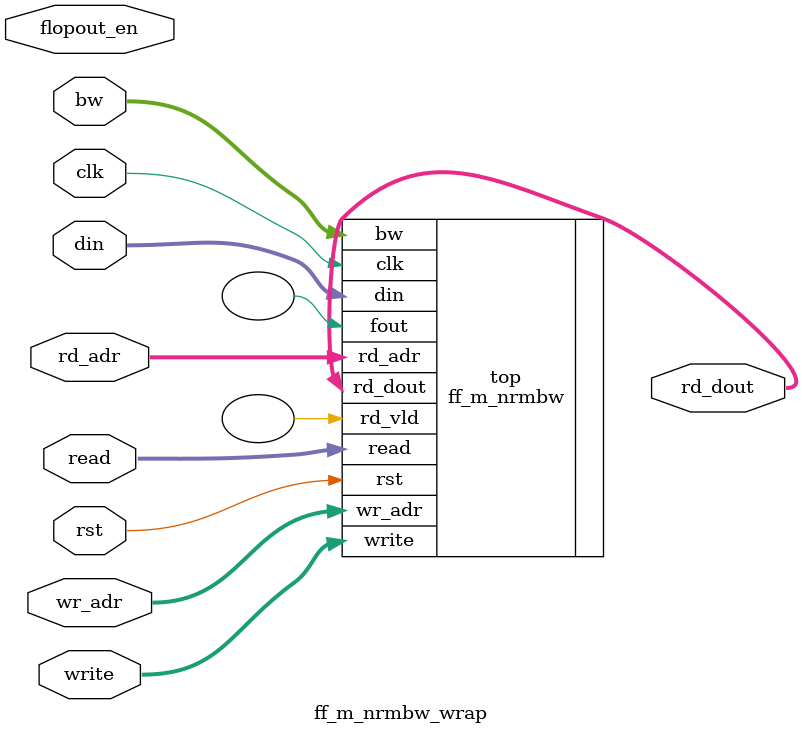
<source format=v>
module ff_m_nrmbw_wrap(clk, rst, read, write, rd_adr, wr_adr, din, bw, rd_dout, flopout_en);

  parameter WIDTH = 3;
  parameter NUMADDR = 16;
  parameter BITADDR = 4;
  parameter NUMRPRT = 2;
  parameter NUMWPRT = 2;
  input  [NUMRPRT-1:0]            read;
  input  [NUMWPRT-1:0]            write;
  input  [NUMWPRT*BITADDR-1:0]    wr_adr;
  input  [NUMRPRT*BITADDR-1:0]    rd_adr;
  input  [NUMWPRT*WIDTH-1:0]      din;
  input  [NUMWPRT*WIDTH-1:0]      bw;


  output [NUMRPRT*WIDTH-1:0]      rd_dout;
  input                   clk, rst, flopout_en;

  ff_m_nrmbw  #(
        .NUMWPRT(NUMWPRT),
        .NUMRPRT(NUMRPRT),
        .WIDTH(WIDTH),
        .NUMADDR(NUMADDR),
        .BITADDR(BITADDR),
        .FLOPIN(0),
        .FLOPOUT(1),
        .FLOPMEM(0),
        .NUMPRTMUX(2),
        .RDDLY(1)
        )
    top (.clk(clk), .rst(rst), .read(read), .write(write), .rd_adr(rd_adr), .wr_adr(wr_adr), .din(din), .bw(bw), .rd_dout(rd_dout), .fout(), .rd_vld());


//synopsys translate_off
   task ff_cell_ReadTask;
      input [BITADDR-1:0] addr;
      output [WIDTH-1:0] dout;
      begin
        top.ff_cell_ReadTask(addr,dout);
      end
   endtask

   task ff_cell_WriteTask;
     input [BITADDR-1:0] addr;
     input [WIDTH-1:0] din;
      begin
        top.ff_cell_WriteTask(addr,din);
      end
   endtask

   task ff_cell_ResetTask;
     begin
        top.ff_cell_ResetTask();
     end
   endtask // for
   //synopsys translate_on


endmodule

</source>
